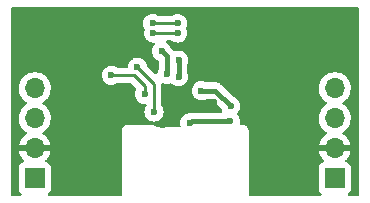
<source format=gbr>
%TF.GenerationSoftware,KiCad,Pcbnew,6.0.11-2627ca5db0~126~ubuntu22.04.1*%
%TF.CreationDate,2024-02-09T09:51:57+01:00*%
%TF.ProjectId,I2C_Module_BME280_FUEL4EP,4932435f-4d6f-4647-956c-655f424d4532,V1.2*%
%TF.SameCoordinates,Original*%
%TF.FileFunction,Copper,L2,Bot*%
%TF.FilePolarity,Positive*%
%FSLAX46Y46*%
G04 Gerber Fmt 4.6, Leading zero omitted, Abs format (unit mm)*
G04 Created by KiCad (PCBNEW 6.0.11-2627ca5db0~126~ubuntu22.04.1) date 2024-02-09 09:51:57*
%MOMM*%
%LPD*%
G01*
G04 APERTURE LIST*
%TA.AperFunction,ComponentPad*%
%ADD10R,1.700000X1.700000*%
%TD*%
%TA.AperFunction,ComponentPad*%
%ADD11O,1.700000X1.700000*%
%TD*%
%TA.AperFunction,ViaPad*%
%ADD12C,0.600000*%
%TD*%
%TA.AperFunction,Conductor*%
%ADD13C,0.400000*%
%TD*%
%TA.AperFunction,Conductor*%
%ADD14C,0.250000*%
%TD*%
G04 APERTURE END LIST*
D10*
%TO.P,J1,1,Pin_1*%
%TO.N,VCC*%
X2500000Y2000000D03*
D11*
%TO.P,J1,2,Pin_2*%
%TO.N,GND*%
X2500000Y4540000D03*
%TO.P,J1,3,Pin_3*%
%TO.N,/SCL*%
X2500000Y7080000D03*
%TO.P,J1,4,Pin_4*%
%TO.N,/SDA*%
X2500000Y9620000D03*
%TD*%
D10*
%TO.P,J2,1,Pin_1*%
%TO.N,VCC*%
X27900000Y2000000D03*
D11*
%TO.P,J2,2,Pin_2*%
%TO.N,GND*%
X27900000Y4540000D03*
%TO.P,J2,3,Pin_3*%
%TO.N,/SCL*%
X27900000Y7080000D03*
%TO.P,J2,4,Pin_4*%
%TO.N,/SDA*%
X27900000Y9620000D03*
%TD*%
D12*
%TO.N,VCC*%
X13700000Y10800000D03*
X13256717Y12747565D03*
X15625000Y6675000D03*
X19068742Y6831258D03*
%TO.N,GND*%
X15952178Y11675500D03*
X17719014Y8491742D03*
X13400000Y6500000D03*
X22800000Y8900000D03*
X14400000Y9000000D03*
%TO.N,/SCL*%
X12557217Y14300000D03*
X11200000Y11400000D03*
X12600000Y7600000D03*
X14600000Y14300000D03*
%TO.N,/SDA*%
X9000000Y10700000D03*
X12486493Y15096368D03*
X14600000Y15099503D03*
X11800000Y9100000D03*
%TO.N,VDDA*%
X14685000Y10597577D03*
X14700000Y12000000D03*
X16600000Y9400000D03*
X19095802Y8104198D03*
%TD*%
D13*
%TO.N,VCC*%
X15781258Y6831258D02*
X15625000Y6675000D01*
X13700000Y12304282D02*
X13256717Y12747565D01*
X19068742Y6831258D02*
X15781258Y6831258D01*
X13700000Y10800000D02*
X13700000Y12304282D01*
D14*
%TO.N,/SCL*%
X11200000Y11400000D02*
X12600000Y10000000D01*
X14600000Y14300000D02*
X12557217Y14300000D01*
X12600000Y10000000D02*
X12600000Y7600000D01*
%TO.N,/SDA*%
X10900000Y10700000D02*
X11800000Y9800000D01*
X14600000Y15099503D02*
X14596865Y15096368D01*
X9000000Y10700000D02*
X10900000Y10700000D01*
X11800000Y9800000D02*
X11800000Y9100000D01*
X14596865Y15096368D02*
X12486493Y15096368D01*
D13*
%TO.N,VDDA*%
X14700000Y12000000D02*
X14700000Y10619423D01*
X17800000Y9400000D02*
X19095802Y8104198D01*
X14700000Y10619423D02*
X14700000Y10612577D01*
X14700000Y10619423D02*
X14681577Y10601000D01*
X14700000Y10612577D02*
X14685000Y10597577D01*
X16600000Y9400000D02*
X17800000Y9400000D01*
%TD*%
%TA.AperFunction,Conductor*%
%TO.N,GND*%
G36*
X29913621Y16471498D02*
G01*
X29960114Y16417842D01*
X29971500Y16365500D01*
X29971500Y634500D01*
X29951498Y566379D01*
X29897842Y519886D01*
X29845500Y508500D01*
X29120226Y508500D01*
X29052105Y528502D01*
X29005612Y582158D01*
X28995508Y652432D01*
X29025002Y717012D01*
X29044661Y735326D01*
X29106080Y781357D01*
X29106081Y781358D01*
X29113261Y786739D01*
X29200615Y903295D01*
X29251745Y1039684D01*
X29258500Y1101866D01*
X29258500Y2898134D01*
X29251745Y2960316D01*
X29200615Y3096705D01*
X29113261Y3213261D01*
X28996705Y3300615D01*
X28877687Y3345233D01*
X28820923Y3387875D01*
X28796223Y3454436D01*
X28811430Y3523785D01*
X28832977Y3552465D01*
X28934052Y3653188D01*
X28940730Y3661035D01*
X29065003Y3833980D01*
X29070313Y3842817D01*
X29164670Y4033733D01*
X29168469Y4043328D01*
X29230377Y4247090D01*
X29232555Y4257163D01*
X29233986Y4268038D01*
X29231775Y4282222D01*
X29218617Y4286000D01*
X26583225Y4286000D01*
X26569694Y4282027D01*
X26568257Y4272034D01*
X26598565Y4137554D01*
X26601645Y4127725D01*
X26681770Y3930397D01*
X26686413Y3921206D01*
X26797694Y3739612D01*
X26803777Y3731301D01*
X26943213Y3570333D01*
X26950577Y3563121D01*
X26955522Y3559015D01*
X26995156Y3500111D01*
X26996653Y3429130D01*
X26959537Y3368608D01*
X26919264Y3344090D01*
X26811705Y3303768D01*
X26811704Y3303767D01*
X26803295Y3300615D01*
X26686739Y3213261D01*
X26599385Y3096705D01*
X26548255Y2960316D01*
X26541500Y2898134D01*
X26541500Y1101866D01*
X26548255Y1039684D01*
X26599385Y903295D01*
X26686739Y786739D01*
X26693919Y781358D01*
X26693920Y781357D01*
X26755339Y735326D01*
X26797854Y678467D01*
X26802880Y607648D01*
X26768820Y545355D01*
X26706489Y511365D01*
X26679774Y508500D01*
X20734500Y508500D01*
X20666379Y528502D01*
X20619886Y582158D01*
X20608500Y634500D01*
X20608500Y5991377D01*
X20608502Y5992147D01*
X20608603Y6008623D01*
X20608976Y6069721D01*
X20600850Y6098153D01*
X20597272Y6114915D01*
X20594352Y6135302D01*
X20593080Y6144187D01*
X20582451Y6167564D01*
X20576004Y6185087D01*
X20574348Y6190880D01*
X20568949Y6209771D01*
X20564156Y6217368D01*
X20553170Y6234780D01*
X20545030Y6249865D01*
X20542564Y6255289D01*
X20532792Y6276782D01*
X20516030Y6296235D01*
X20504927Y6311239D01*
X20491224Y6332958D01*
X20484499Y6338897D01*
X20484496Y6338901D01*
X20469062Y6352532D01*
X20457018Y6364724D01*
X20443573Y6380327D01*
X20443570Y6380329D01*
X20437713Y6387127D01*
X20425845Y6394820D01*
X20416165Y6401094D01*
X20401291Y6412385D01*
X20388783Y6423431D01*
X20388782Y6423432D01*
X20382049Y6429378D01*
X20355287Y6441943D01*
X20340309Y6450263D01*
X20323017Y6461471D01*
X20323012Y6461473D01*
X20315485Y6466352D01*
X20306892Y6468922D01*
X20306887Y6468924D01*
X20290880Y6473711D01*
X20273436Y6480372D01*
X20258324Y6487467D01*
X20258322Y6487468D01*
X20250200Y6491281D01*
X20241333Y6492662D01*
X20241332Y6492662D01*
X20230478Y6494352D01*
X20220983Y6495830D01*
X20204268Y6499613D01*
X20184534Y6505515D01*
X20184528Y6505516D01*
X20175934Y6508086D01*
X20166963Y6508141D01*
X20166962Y6508141D01*
X20156903Y6508202D01*
X20141494Y6508296D01*
X20140711Y6508329D01*
X20139614Y6508500D01*
X20108623Y6508500D01*
X20107853Y6508502D01*
X20034215Y6508952D01*
X20034214Y6508952D01*
X20030279Y6508976D01*
X20028935Y6508592D01*
X20027590Y6508500D01*
X19984820Y6508500D01*
X19916699Y6528502D01*
X19870206Y6582158D01*
X19860046Y6652036D01*
X19881490Y6804618D01*
X19881490Y6804623D01*
X19882041Y6808541D01*
X19882358Y6831258D01*
X19862139Y7011513D01*
X19855653Y7030139D01*
X19826692Y7113305D01*
X26537251Y7113305D01*
X26537548Y7108152D01*
X26537548Y7108149D01*
X26546764Y6948323D01*
X26550110Y6890285D01*
X26551247Y6885239D01*
X26551248Y6885233D01*
X26573392Y6786977D01*
X26599222Y6672361D01*
X26637461Y6578189D01*
X26680817Y6471416D01*
X26683266Y6465384D01*
X26720318Y6404920D01*
X26761503Y6337713D01*
X26799987Y6274912D01*
X26946250Y6106062D01*
X27118126Y5963368D01*
X27143094Y5948778D01*
X27191955Y5920226D01*
X27240679Y5868588D01*
X27253750Y5798805D01*
X27227019Y5733033D01*
X27186562Y5699673D01*
X27178457Y5695454D01*
X27169738Y5689964D01*
X26999433Y5562095D01*
X26991726Y5555252D01*
X26844590Y5401283D01*
X26838104Y5393273D01*
X26718098Y5217351D01*
X26713000Y5208377D01*
X26623338Y5015217D01*
X26619775Y5005530D01*
X26564389Y4805817D01*
X26565912Y4797393D01*
X26578292Y4794000D01*
X29218344Y4794000D01*
X29231875Y4797973D01*
X29233180Y4807053D01*
X29191214Y4974125D01*
X29187894Y4983876D01*
X29102972Y5179186D01*
X29098105Y5188261D01*
X28982426Y5367074D01*
X28976136Y5375243D01*
X28832806Y5532760D01*
X28825273Y5539785D01*
X28658139Y5671778D01*
X28649556Y5677480D01*
X28612602Y5697880D01*
X28562631Y5748313D01*
X28547859Y5817755D01*
X28572975Y5884161D01*
X28600327Y5910768D01*
X28632971Y5934053D01*
X28779860Y6038827D01*
X28789164Y6048098D01*
X28934435Y6192863D01*
X28938096Y6196511D01*
X28957143Y6223017D01*
X29065435Y6373723D01*
X29068453Y6377923D01*
X29082422Y6406186D01*
X29165136Y6573547D01*
X29165137Y6573549D01*
X29167430Y6578189D01*
X29232370Y6791931D01*
X29261529Y7013410D01*
X29262100Y7036762D01*
X29263074Y7076635D01*
X29263074Y7076639D01*
X29263156Y7080000D01*
X29244852Y7302639D01*
X29190431Y7519298D01*
X29101354Y7724160D01*
X28980014Y7911723D01*
X28829670Y8076949D01*
X28825619Y8080148D01*
X28825615Y8080152D01*
X28658414Y8212200D01*
X28658410Y8212202D01*
X28654359Y8215402D01*
X28613053Y8238204D01*
X28563084Y8288636D01*
X28548312Y8358079D01*
X28573428Y8424484D01*
X28600780Y8451091D01*
X28644603Y8482350D01*
X28779860Y8578827D01*
X28788263Y8587200D01*
X28934435Y8732863D01*
X28938096Y8736511D01*
X28997594Y8819311D01*
X29065435Y8913723D01*
X29068453Y8917923D01*
X29167430Y9118189D01*
X29232370Y9331931D01*
X29261529Y9553410D01*
X29262066Y9575387D01*
X29263074Y9616635D01*
X29263074Y9616639D01*
X29263156Y9620000D01*
X29244852Y9842639D01*
X29190431Y10059298D01*
X29101354Y10264160D01*
X29040176Y10358727D01*
X28982822Y10447383D01*
X28982820Y10447386D01*
X28980014Y10451723D01*
X28829670Y10616949D01*
X28825619Y10620148D01*
X28825615Y10620152D01*
X28658414Y10752200D01*
X28658410Y10752202D01*
X28654359Y10755402D01*
X28458789Y10863362D01*
X28453920Y10865086D01*
X28453916Y10865088D01*
X28253087Y10936205D01*
X28253083Y10936206D01*
X28248212Y10937931D01*
X28243119Y10938838D01*
X28243116Y10938839D01*
X28033373Y10976200D01*
X28033367Y10976201D01*
X28028284Y10977106D01*
X27954452Y10978008D01*
X27810081Y10979772D01*
X27810079Y10979772D01*
X27804911Y10979835D01*
X27584091Y10946045D01*
X27371756Y10876643D01*
X27173607Y10773493D01*
X27169474Y10770390D01*
X27169471Y10770388D01*
X27090853Y10711360D01*
X26994965Y10639365D01*
X26840629Y10477862D01*
X26714743Y10293320D01*
X26683343Y10225675D01*
X26624956Y10099889D01*
X26620688Y10090695D01*
X26560989Y9875430D01*
X26537251Y9653305D01*
X26537548Y9648152D01*
X26537548Y9648149D01*
X26543011Y9553410D01*
X26550110Y9430285D01*
X26551247Y9425239D01*
X26551248Y9425233D01*
X26554375Y9411360D01*
X26599222Y9212361D01*
X26683266Y9005384D01*
X26685965Y9000980D01*
X26785939Y8837837D01*
X26799987Y8814912D01*
X26946250Y8646062D01*
X27118126Y8503368D01*
X27161254Y8478166D01*
X27191445Y8460524D01*
X27240169Y8408886D01*
X27253240Y8339103D01*
X27226509Y8273331D01*
X27186055Y8239973D01*
X27173607Y8233493D01*
X27169474Y8230390D01*
X27169471Y8230388D01*
X26999100Y8102470D01*
X26994965Y8099365D01*
X26840629Y7937862D01*
X26714743Y7753320D01*
X26699003Y7719410D01*
X26633030Y7577283D01*
X26620688Y7550695D01*
X26560989Y7335430D01*
X26537251Y7113305D01*
X19826692Y7113305D01*
X19804806Y7176152D01*
X19804804Y7176155D01*
X19802487Y7182810D01*
X19706368Y7336634D01*
X19678372Y7364826D01*
X19644565Y7427256D01*
X19649877Y7498054D01*
X19680886Y7544856D01*
X19719068Y7581216D01*
X19819445Y7732296D01*
X19864679Y7851373D01*
X19881357Y7895278D01*
X19881358Y7895280D01*
X19883857Y7901860D01*
X19893109Y7967690D01*
X19908550Y8077559D01*
X19908550Y8077562D01*
X19909101Y8081481D01*
X19909254Y8092460D01*
X19909363Y8100236D01*
X19909363Y8100241D01*
X19909418Y8104198D01*
X19889199Y8284453D01*
X19880435Y8309620D01*
X19831866Y8449092D01*
X19831864Y8449095D01*
X19829547Y8455750D01*
X19733428Y8609574D01*
X19686455Y8656876D01*
X19610580Y8733283D01*
X19610576Y8733286D01*
X19605617Y8738280D01*
X19452468Y8835471D01*
X19345710Y8873486D01*
X19298880Y8903090D01*
X18321450Y9880520D01*
X18315596Y9886785D01*
X18296821Y9908307D01*
X18277561Y9930385D01*
X18225280Y9967129D01*
X18219986Y9971061D01*
X18175693Y10005791D01*
X18169718Y10010476D01*
X18162802Y10013599D01*
X18160516Y10014983D01*
X18145835Y10023357D01*
X18143475Y10024622D01*
X18137261Y10028990D01*
X18130182Y10031750D01*
X18130180Y10031751D01*
X18077725Y10052202D01*
X18071656Y10054753D01*
X18013427Y10081045D01*
X18005960Y10082429D01*
X18003405Y10083230D01*
X17987152Y10087859D01*
X17984572Y10088522D01*
X17977491Y10091282D01*
X17969960Y10092273D01*
X17969958Y10092274D01*
X17940339Y10096173D01*
X17914139Y10099622D01*
X17907641Y10100652D01*
X17844814Y10112296D01*
X17837234Y10111859D01*
X17837233Y10111859D01*
X17782608Y10108709D01*
X17775354Y10108500D01*
X17029158Y10108500D01*
X16969624Y10125795D01*
X16968948Y10124410D01*
X16962609Y10127502D01*
X16956666Y10131273D01*
X16942880Y10136182D01*
X16792425Y10189757D01*
X16792420Y10189758D01*
X16785790Y10192119D01*
X16778802Y10192952D01*
X16778799Y10192953D01*
X16655698Y10207632D01*
X16605680Y10213596D01*
X16598677Y10212860D01*
X16598676Y10212860D01*
X16432288Y10195372D01*
X16432286Y10195371D01*
X16425288Y10194636D01*
X16253579Y10136182D01*
X16208923Y10108709D01*
X16105095Y10044834D01*
X16105092Y10044832D01*
X16099088Y10041138D01*
X16094053Y10036207D01*
X16094050Y10036205D01*
X15976645Y9921233D01*
X15969493Y9914229D01*
X15871235Y9761762D01*
X15868826Y9755142D01*
X15868824Y9755139D01*
X15818413Y9616635D01*
X15809197Y9591315D01*
X15786463Y9411360D01*
X15804163Y9230840D01*
X15861418Y9058727D01*
X15865065Y9052705D01*
X15865066Y9052703D01*
X15949235Y8913723D01*
X15955380Y8903576D01*
X15960269Y8898513D01*
X15960270Y8898512D01*
X15984438Y8873486D01*
X16081382Y8773098D01*
X16233159Y8673778D01*
X16239763Y8671322D01*
X16239765Y8671321D01*
X16396558Y8613010D01*
X16396560Y8613010D01*
X16403168Y8610552D01*
X16486995Y8599367D01*
X16575980Y8587493D01*
X16575984Y8587493D01*
X16582961Y8586562D01*
X16589972Y8587200D01*
X16589976Y8587200D01*
X16732459Y8600168D01*
X16763600Y8603002D01*
X16770302Y8605180D01*
X16770304Y8605180D01*
X16929409Y8656876D01*
X16929412Y8656877D01*
X16936108Y8659053D01*
X16960727Y8673729D01*
X17025245Y8691500D01*
X17454340Y8691500D01*
X17522461Y8671498D01*
X17543435Y8654595D01*
X18297334Y7900696D01*
X18327796Y7851374D01*
X18357220Y7762925D01*
X18376538Y7731027D01*
X18394716Y7662400D01*
X18372906Y7594837D01*
X18318030Y7549790D01*
X18268761Y7539758D01*
X15810170Y7539758D01*
X15801600Y7540050D01*
X15751482Y7543467D01*
X15751478Y7543467D01*
X15743906Y7543983D01*
X15736429Y7542678D01*
X15736428Y7542678D01*
X15709950Y7538057D01*
X15680955Y7532996D01*
X15674437Y7532035D01*
X15611016Y7524360D01*
X15603915Y7521677D01*
X15601306Y7521036D01*
X15584996Y7516573D01*
X15582460Y7515808D01*
X15574974Y7514501D01*
X15568017Y7511447D01*
X15516463Y7488816D01*
X15510373Y7486330D01*
X15487522Y7477696D01*
X15464119Y7472143D01*
X15464175Y7471886D01*
X15457288Y7470372D01*
X15450288Y7469636D01*
X15443624Y7467367D01*
X15443622Y7467367D01*
X15325796Y7427256D01*
X15278579Y7411182D01*
X15256603Y7397662D01*
X15130095Y7319834D01*
X15130092Y7319832D01*
X15124088Y7316138D01*
X15119053Y7311207D01*
X15119050Y7311205D01*
X15028189Y7222227D01*
X14994493Y7189229D01*
X14896235Y7036762D01*
X14893826Y7030142D01*
X14893824Y7030139D01*
X14836913Y6873778D01*
X14834197Y6866315D01*
X14811463Y6686360D01*
X14829163Y6505840D01*
X14842299Y6466352D01*
X14842492Y6465772D01*
X14845015Y6394820D01*
X14808778Y6333768D01*
X14745286Y6301999D01*
X14722934Y6300000D01*
X12875824Y6300000D01*
X12807703Y6320002D01*
X12791947Y6333776D01*
X12791225Y6332958D01*
X12769062Y6352532D01*
X12757018Y6364724D01*
X12743573Y6380327D01*
X12743570Y6380329D01*
X12737713Y6387127D01*
X12725845Y6394820D01*
X12716165Y6401094D01*
X12701291Y6412385D01*
X12688783Y6423431D01*
X12688782Y6423432D01*
X12682049Y6429378D01*
X12655287Y6441943D01*
X12640309Y6450263D01*
X12623017Y6461471D01*
X12623012Y6461473D01*
X12615485Y6466352D01*
X12606892Y6468922D01*
X12606887Y6468924D01*
X12590880Y6473711D01*
X12573436Y6480372D01*
X12558324Y6487467D01*
X12558322Y6487468D01*
X12550200Y6491281D01*
X12541333Y6492662D01*
X12541332Y6492662D01*
X12530478Y6494352D01*
X12520983Y6495830D01*
X12504268Y6499613D01*
X12484534Y6505515D01*
X12484528Y6505516D01*
X12475934Y6508086D01*
X12466963Y6508141D01*
X12466962Y6508141D01*
X12456903Y6508202D01*
X12441494Y6508296D01*
X12440711Y6508329D01*
X12439614Y6508500D01*
X12408623Y6508500D01*
X12407853Y6508502D01*
X12334215Y6508952D01*
X12334214Y6508952D01*
X12330279Y6508976D01*
X12328935Y6508592D01*
X12327590Y6508500D01*
X10408623Y6508500D01*
X10407853Y6508502D01*
X10407037Y6508507D01*
X10330279Y6508976D01*
X10307918Y6502585D01*
X10301847Y6500850D01*
X10285085Y6497272D01*
X10255813Y6493080D01*
X10247645Y6489366D01*
X10247644Y6489366D01*
X10232438Y6482452D01*
X10214914Y6476004D01*
X10190229Y6468949D01*
X10182635Y6464157D01*
X10182632Y6464156D01*
X10165220Y6453170D01*
X10150137Y6445031D01*
X10123218Y6432792D01*
X10116416Y6426931D01*
X10103765Y6416030D01*
X10088761Y6404927D01*
X10067042Y6391224D01*
X10061103Y6384499D01*
X10061099Y6384496D01*
X10047468Y6369062D01*
X10035276Y6357018D01*
X10019673Y6343573D01*
X10019671Y6343570D01*
X10012873Y6337713D01*
X10007993Y6330184D01*
X10007992Y6330183D01*
X9998906Y6316165D01*
X9987615Y6301291D01*
X9976569Y6288783D01*
X9970622Y6282049D01*
X9964312Y6268609D01*
X9958058Y6255289D01*
X9949737Y6240309D01*
X9938529Y6223017D01*
X9938527Y6223012D01*
X9933648Y6215485D01*
X9931078Y6206892D01*
X9931076Y6206887D01*
X9926289Y6190880D01*
X9919628Y6173436D01*
X9912533Y6158324D01*
X9908719Y6150200D01*
X9907338Y6141333D01*
X9907338Y6141332D01*
X9904170Y6120985D01*
X9900387Y6104268D01*
X9894485Y6084534D01*
X9894484Y6084528D01*
X9891914Y6075934D01*
X9891859Y6066963D01*
X9891859Y6066962D01*
X9891704Y6041503D01*
X9891671Y6040711D01*
X9891500Y6039614D01*
X9891500Y6008623D01*
X9891498Y6007853D01*
X9891024Y5930279D01*
X9891408Y5928935D01*
X9891500Y5927590D01*
X9891500Y634500D01*
X9871498Y566379D01*
X9817842Y519886D01*
X9765500Y508500D01*
X3720226Y508500D01*
X3652105Y528502D01*
X3605612Y582158D01*
X3595508Y652432D01*
X3625002Y717012D01*
X3644661Y735326D01*
X3706080Y781357D01*
X3706081Y781358D01*
X3713261Y786739D01*
X3800615Y903295D01*
X3851745Y1039684D01*
X3858500Y1101866D01*
X3858500Y2898134D01*
X3851745Y2960316D01*
X3800615Y3096705D01*
X3713261Y3213261D01*
X3596705Y3300615D01*
X3477687Y3345233D01*
X3420923Y3387875D01*
X3396223Y3454436D01*
X3411430Y3523785D01*
X3432977Y3552465D01*
X3534052Y3653188D01*
X3540730Y3661035D01*
X3665003Y3833980D01*
X3670313Y3842817D01*
X3764670Y4033733D01*
X3768469Y4043328D01*
X3830377Y4247090D01*
X3832555Y4257163D01*
X3833986Y4268038D01*
X3831775Y4282222D01*
X3818617Y4286000D01*
X1183225Y4286000D01*
X1169694Y4282027D01*
X1168257Y4272034D01*
X1198565Y4137554D01*
X1201645Y4127725D01*
X1281770Y3930397D01*
X1286413Y3921206D01*
X1397694Y3739612D01*
X1403777Y3731301D01*
X1543213Y3570333D01*
X1550577Y3563121D01*
X1555522Y3559015D01*
X1595156Y3500111D01*
X1596653Y3429130D01*
X1559537Y3368608D01*
X1519264Y3344090D01*
X1411705Y3303768D01*
X1411704Y3303767D01*
X1403295Y3300615D01*
X1286739Y3213261D01*
X1199385Y3096705D01*
X1148255Y2960316D01*
X1141500Y2898134D01*
X1141500Y1101866D01*
X1148255Y1039684D01*
X1199385Y903295D01*
X1286739Y786739D01*
X1293919Y781358D01*
X1293920Y781357D01*
X1355339Y735326D01*
X1397854Y678467D01*
X1402880Y607648D01*
X1368820Y545355D01*
X1306489Y511365D01*
X1279774Y508500D01*
X634500Y508500D01*
X566379Y528502D01*
X519886Y582158D01*
X508500Y634500D01*
X508500Y7113305D01*
X1137251Y7113305D01*
X1137548Y7108152D01*
X1137548Y7108149D01*
X1146764Y6948323D01*
X1150110Y6890285D01*
X1151247Y6885239D01*
X1151248Y6885233D01*
X1173392Y6786977D01*
X1199222Y6672361D01*
X1237461Y6578189D01*
X1280817Y6471416D01*
X1283266Y6465384D01*
X1320318Y6404920D01*
X1361503Y6337713D01*
X1399987Y6274912D01*
X1546250Y6106062D01*
X1718126Y5963368D01*
X1743094Y5948778D01*
X1791955Y5920226D01*
X1840679Y5868588D01*
X1853750Y5798805D01*
X1827019Y5733033D01*
X1786562Y5699673D01*
X1778457Y5695454D01*
X1769738Y5689964D01*
X1599433Y5562095D01*
X1591726Y5555252D01*
X1444590Y5401283D01*
X1438104Y5393273D01*
X1318098Y5217351D01*
X1313000Y5208377D01*
X1223338Y5015217D01*
X1219775Y5005530D01*
X1164389Y4805817D01*
X1165912Y4797393D01*
X1178292Y4794000D01*
X3818344Y4794000D01*
X3831875Y4797973D01*
X3833180Y4807053D01*
X3791214Y4974125D01*
X3787894Y4983876D01*
X3702972Y5179186D01*
X3698105Y5188261D01*
X3582426Y5367074D01*
X3576136Y5375243D01*
X3432806Y5532760D01*
X3425273Y5539785D01*
X3258139Y5671778D01*
X3249556Y5677480D01*
X3212602Y5697880D01*
X3162631Y5748313D01*
X3147859Y5817755D01*
X3172975Y5884161D01*
X3200327Y5910768D01*
X3232971Y5934053D01*
X3379860Y6038827D01*
X3389164Y6048098D01*
X3534435Y6192863D01*
X3538096Y6196511D01*
X3557143Y6223017D01*
X3665435Y6373723D01*
X3668453Y6377923D01*
X3682422Y6406186D01*
X3765136Y6573547D01*
X3765137Y6573549D01*
X3767430Y6578189D01*
X3832370Y6791931D01*
X3861529Y7013410D01*
X3862100Y7036762D01*
X3863074Y7076635D01*
X3863074Y7076639D01*
X3863156Y7080000D01*
X3844852Y7302639D01*
X3790431Y7519298D01*
X3701354Y7724160D01*
X3580014Y7911723D01*
X3429670Y8076949D01*
X3425619Y8080148D01*
X3425615Y8080152D01*
X3258414Y8212200D01*
X3258410Y8212202D01*
X3254359Y8215402D01*
X3213053Y8238204D01*
X3163084Y8288636D01*
X3148312Y8358079D01*
X3173428Y8424484D01*
X3200780Y8451091D01*
X3244603Y8482350D01*
X3379860Y8578827D01*
X3388263Y8587200D01*
X3534435Y8732863D01*
X3538096Y8736511D01*
X3597594Y8819311D01*
X3665435Y8913723D01*
X3668453Y8917923D01*
X3767430Y9118189D01*
X3832370Y9331931D01*
X3861529Y9553410D01*
X3862066Y9575387D01*
X3863074Y9616635D01*
X3863074Y9616639D01*
X3863156Y9620000D01*
X3844852Y9842639D01*
X3790431Y10059298D01*
X3701354Y10264160D01*
X3640176Y10358727D01*
X3582822Y10447383D01*
X3582820Y10447386D01*
X3580014Y10451723D01*
X3429670Y10616949D01*
X3425619Y10620148D01*
X3425615Y10620152D01*
X3310126Y10711360D01*
X8186463Y10711360D01*
X8204163Y10530840D01*
X8261418Y10358727D01*
X8265065Y10352705D01*
X8265066Y10352703D01*
X8349817Y10212762D01*
X8355380Y10203576D01*
X8360269Y10198513D01*
X8360270Y10198512D01*
X8366204Y10192367D01*
X8481382Y10073098D01*
X8544567Y10031751D01*
X8589477Y10002363D01*
X8633159Y9973778D01*
X8639763Y9971322D01*
X8639765Y9971321D01*
X8796558Y9913010D01*
X8796560Y9913010D01*
X8803168Y9910552D01*
X8886995Y9899367D01*
X8975980Y9887493D01*
X8975984Y9887493D01*
X8982961Y9886562D01*
X8989972Y9887200D01*
X8989976Y9887200D01*
X9132459Y9900168D01*
X9163600Y9903002D01*
X9170302Y9905180D01*
X9170304Y9905180D01*
X9329409Y9956876D01*
X9329412Y9956877D01*
X9336108Y9959053D01*
X9458060Y10031751D01*
X9486541Y10048729D01*
X9551058Y10066500D01*
X10585406Y10066500D01*
X10653527Y10046498D01*
X10674501Y10029595D01*
X11066397Y9637699D01*
X11100423Y9575387D01*
X11095358Y9504572D01*
X11083216Y9480353D01*
X11071235Y9461762D01*
X11068826Y9455142D01*
X11068824Y9455139D01*
X11025847Y9337061D01*
X11009197Y9291315D01*
X10986463Y9111360D01*
X11004163Y8930840D01*
X11061418Y8758727D01*
X11065065Y8752705D01*
X11065066Y8752703D01*
X11151720Y8609620D01*
X11155380Y8603576D01*
X11281382Y8473098D01*
X11287278Y8469240D01*
X11407358Y8390662D01*
X11433159Y8373778D01*
X11439763Y8371322D01*
X11439765Y8371321D01*
X11596558Y8313010D01*
X11596560Y8313010D01*
X11603168Y8310552D01*
X11686995Y8299367D01*
X11775980Y8287493D01*
X11775984Y8287493D01*
X11782961Y8286562D01*
X11789972Y8287200D01*
X11789977Y8287200D01*
X11829081Y8290759D01*
X11898734Y8277013D01*
X11949898Y8227792D01*
X11966500Y8165278D01*
X11966500Y8146669D01*
X11946411Y8078414D01*
X11875054Y7967690D01*
X11875050Y7967681D01*
X11871235Y7961762D01*
X11868826Y7955142D01*
X11868825Y7955141D01*
X11849432Y7901860D01*
X11809197Y7791315D01*
X11786463Y7611360D01*
X11804163Y7430840D01*
X11861418Y7258727D01*
X11865065Y7252705D01*
X11865066Y7252703D01*
X11911427Y7176152D01*
X11955380Y7103576D01*
X12081382Y6973098D01*
X12087278Y6969240D01*
X12207934Y6890285D01*
X12233159Y6873778D01*
X12239763Y6871322D01*
X12239765Y6871321D01*
X12396558Y6813010D01*
X12396560Y6813010D01*
X12403168Y6810552D01*
X12486995Y6799367D01*
X12575980Y6787493D01*
X12575984Y6787493D01*
X12582961Y6786562D01*
X12589972Y6787200D01*
X12589976Y6787200D01*
X12732459Y6800168D01*
X12763600Y6803002D01*
X12770302Y6805180D01*
X12770304Y6805180D01*
X12929409Y6856876D01*
X12929412Y6856877D01*
X12936108Y6859053D01*
X13091912Y6951931D01*
X13223266Y7077018D01*
X13323643Y7228098D01*
X13388055Y7397662D01*
X13390274Y7413453D01*
X13412748Y7573361D01*
X13412748Y7573364D01*
X13413299Y7577283D01*
X13413616Y7600000D01*
X13393397Y7780255D01*
X13391080Y7786909D01*
X13336064Y7944894D01*
X13336062Y7944897D01*
X13333745Y7951552D01*
X13252646Y8081339D01*
X13233500Y8148108D01*
X13233500Y9921233D01*
X13234028Y9932421D01*
X13235702Y9939909D01*
X13235602Y9943090D01*
X13261147Y10007067D01*
X13318942Y10048302D01*
X13389855Y10051744D01*
X13404167Y10047370D01*
X13503168Y10010552D01*
X13586995Y9999367D01*
X13675980Y9987493D01*
X13675984Y9987493D01*
X13682961Y9986562D01*
X13689972Y9987200D01*
X13689976Y9987200D01*
X13832459Y10000168D01*
X13863600Y10003002D01*
X13870300Y10005179D01*
X13870305Y10005180D01*
X13995425Y10045834D01*
X14066393Y10047861D01*
X14124996Y10013529D01*
X14161483Y9975747D01*
X14161488Y9975743D01*
X14166382Y9970675D01*
X14221278Y9934752D01*
X14311932Y9875430D01*
X14318159Y9871355D01*
X14324763Y9868899D01*
X14324765Y9868898D01*
X14481558Y9810587D01*
X14481560Y9810587D01*
X14488168Y9808129D01*
X14571995Y9796944D01*
X14660980Y9785070D01*
X14660984Y9785070D01*
X14667961Y9784139D01*
X14674972Y9784777D01*
X14674976Y9784777D01*
X14817459Y9797745D01*
X14848600Y9800579D01*
X14855302Y9802757D01*
X14855304Y9802757D01*
X15014409Y9854453D01*
X15014412Y9854454D01*
X15021108Y9856630D01*
X15135233Y9924662D01*
X15170860Y9945900D01*
X15170862Y9945901D01*
X15176912Y9949508D01*
X15308266Y10074595D01*
X15408643Y10225675D01*
X15473055Y10395239D01*
X15474035Y10402211D01*
X15497748Y10570938D01*
X15497748Y10570941D01*
X15498299Y10574860D01*
X15498616Y10597577D01*
X15478397Y10777832D01*
X15476080Y10784486D01*
X15421064Y10942471D01*
X15421062Y10942474D01*
X15418745Y10949129D01*
X15419397Y10949356D01*
X15408500Y10997320D01*
X15408500Y11569868D01*
X15421983Y11625600D01*
X15423643Y11628098D01*
X15470540Y11751552D01*
X15485555Y11791080D01*
X15485556Y11791082D01*
X15488055Y11797662D01*
X15489035Y11804634D01*
X15512748Y11973361D01*
X15512748Y11973364D01*
X15513299Y11977283D01*
X15513616Y12000000D01*
X15493397Y12180255D01*
X15482043Y12212860D01*
X15436064Y12344894D01*
X15436062Y12344897D01*
X15433745Y12351552D01*
X15337626Y12505376D01*
X15332664Y12510373D01*
X15214778Y12629085D01*
X15214774Y12629088D01*
X15209815Y12634082D01*
X15056666Y12731273D01*
X14998705Y12751912D01*
X14892425Y12789757D01*
X14892420Y12789758D01*
X14885790Y12792119D01*
X14878802Y12792952D01*
X14878799Y12792953D01*
X14755698Y12807632D01*
X14705680Y12813596D01*
X14698677Y12812860D01*
X14698676Y12812860D01*
X14532288Y12795372D01*
X14532286Y12795371D01*
X14525288Y12794636D01*
X14440932Y12765919D01*
X14368439Y12741241D01*
X14297507Y12738223D01*
X14235720Y12775735D01*
X14235357Y12776263D01*
X14188829Y12817718D01*
X14183554Y12822698D01*
X14055390Y12950862D01*
X14025494Y12998519D01*
X13990462Y13099117D01*
X13894343Y13252941D01*
X13807266Y13340628D01*
X13771495Y13376650D01*
X13771491Y13376653D01*
X13766532Y13381647D01*
X13683853Y13434117D01*
X13637056Y13487503D01*
X13626551Y13557719D01*
X13655675Y13622467D01*
X13715180Y13661191D01*
X13751369Y13666500D01*
X14053903Y13666500D01*
X14122896Y13645932D01*
X14233159Y13573778D01*
X14239763Y13571322D01*
X14239765Y13571321D01*
X14396558Y13513010D01*
X14396560Y13513010D01*
X14403168Y13510552D01*
X14486995Y13499367D01*
X14575980Y13487493D01*
X14575984Y13487493D01*
X14582961Y13486562D01*
X14589972Y13487200D01*
X14589976Y13487200D01*
X14732459Y13500168D01*
X14763600Y13503002D01*
X14770302Y13505180D01*
X14770304Y13505180D01*
X14929409Y13556876D01*
X14929412Y13556877D01*
X14936108Y13559053D01*
X15091912Y13651931D01*
X15223266Y13777018D01*
X15323643Y13928098D01*
X15388055Y14097662D01*
X15389035Y14104634D01*
X15412748Y14273361D01*
X15412748Y14273364D01*
X15413299Y14277283D01*
X15413616Y14300000D01*
X15393397Y14480255D01*
X15389546Y14491315D01*
X15336064Y14644893D01*
X15336064Y14644894D01*
X15333745Y14651552D01*
X15334216Y14651716D01*
X15323550Y14717299D01*
X15330789Y14746413D01*
X15385555Y14890583D01*
X15385556Y14890585D01*
X15388055Y14897165D01*
X15413299Y15076786D01*
X15413616Y15099503D01*
X15393397Y15279758D01*
X15333745Y15451055D01*
X15237626Y15604879D01*
X15227054Y15615525D01*
X15114778Y15728588D01*
X15114774Y15728591D01*
X15109815Y15733585D01*
X15103637Y15737506D01*
X15050538Y15771203D01*
X14956666Y15830776D01*
X14927463Y15841175D01*
X14792425Y15889260D01*
X14792420Y15889261D01*
X14785790Y15891622D01*
X14778802Y15892455D01*
X14778799Y15892456D01*
X14655698Y15907135D01*
X14605680Y15913099D01*
X14598677Y15912363D01*
X14598676Y15912363D01*
X14432288Y15894875D01*
X14432286Y15894874D01*
X14425288Y15894139D01*
X14253579Y15835685D01*
X14111943Y15748549D01*
X14045923Y15729868D01*
X13033831Y15729868D01*
X12966317Y15749483D01*
X12933076Y15770578D01*
X12843159Y15827641D01*
X12813956Y15838040D01*
X12678918Y15886125D01*
X12678913Y15886126D01*
X12672283Y15888487D01*
X12665295Y15889320D01*
X12665292Y15889321D01*
X12542191Y15904000D01*
X12492173Y15909964D01*
X12485170Y15909228D01*
X12485169Y15909228D01*
X12318781Y15891740D01*
X12318779Y15891739D01*
X12311781Y15891004D01*
X12140072Y15832550D01*
X12134068Y15828856D01*
X11991588Y15741202D01*
X11991585Y15741200D01*
X11985581Y15737506D01*
X11980546Y15732575D01*
X11980543Y15732573D01*
X11977781Y15729868D01*
X11855986Y15610597D01*
X11757728Y15458130D01*
X11755319Y15451510D01*
X11755317Y15451507D01*
X11698099Y15294302D01*
X11695690Y15287683D01*
X11672956Y15107728D01*
X11690656Y14927208D01*
X11747911Y14755095D01*
X11751558Y14749073D01*
X11751559Y14749071D01*
X11788164Y14688629D01*
X11806343Y14619999D01*
X11798790Y14580267D01*
X11766414Y14491315D01*
X11743680Y14311360D01*
X11761380Y14130840D01*
X11818635Y13958727D01*
X11822282Y13952705D01*
X11822283Y13952703D01*
X11833195Y13934686D01*
X11912597Y13803576D01*
X12038599Y13673098D01*
X12190376Y13573778D01*
X12196980Y13571322D01*
X12196982Y13571321D01*
X12353775Y13513010D01*
X12353777Y13513010D01*
X12360385Y13510552D01*
X12540178Y13486562D01*
X12547196Y13487201D01*
X12550234Y13487137D01*
X12617921Y13465715D01*
X12663282Y13411098D01*
X12671913Y13340628D01*
X12641075Y13276678D01*
X12635758Y13271144D01*
X12626210Y13261794D01*
X12527952Y13109327D01*
X12525543Y13102707D01*
X12525541Y13102704D01*
X12521813Y13092461D01*
X12465914Y12938880D01*
X12443180Y12758925D01*
X12460880Y12578405D01*
X12518135Y12406292D01*
X12521782Y12400270D01*
X12521783Y12400268D01*
X12555319Y12344894D01*
X12612097Y12251141D01*
X12616986Y12246078D01*
X12616987Y12246077D01*
X12680551Y12180255D01*
X12738099Y12120663D01*
X12743995Y12116805D01*
X12870409Y12034082D01*
X12889876Y12021343D01*
X12909420Y12014075D01*
X12966295Y11971585D01*
X12991170Y11905088D01*
X12991500Y11895978D01*
X12991500Y11230290D01*
X12975341Y11175402D01*
X12978183Y11173991D01*
X12975053Y11167687D01*
X12971235Y11161762D01*
X12968826Y11155142D01*
X12968824Y11155139D01*
X12934838Y11061762D01*
X12909197Y10991315D01*
X12908314Y10984327D01*
X12908314Y10984326D01*
X12896051Y10887257D01*
X12867669Y10822181D01*
X12808609Y10782780D01*
X12737623Y10781564D01*
X12681949Y10813955D01*
X12440766Y11055139D01*
X12034420Y11461485D01*
X12000395Y11523797D01*
X11998301Y11536535D01*
X11994182Y11573255D01*
X11993397Y11580255D01*
X11933745Y11751552D01*
X11900576Y11804634D01*
X11841359Y11899402D01*
X11837626Y11905376D01*
X11823941Y11919157D01*
X11714778Y12029085D01*
X11714774Y12029088D01*
X11709815Y12034082D01*
X11698697Y12041138D01*
X11650538Y12071700D01*
X11556666Y12131273D01*
X11527463Y12141672D01*
X11392425Y12189757D01*
X11392420Y12189758D01*
X11385790Y12192119D01*
X11378802Y12192952D01*
X11378799Y12192953D01*
X11255698Y12207632D01*
X11205680Y12213596D01*
X11198677Y12212860D01*
X11198676Y12212860D01*
X11032288Y12195372D01*
X11032286Y12195371D01*
X11025288Y12194636D01*
X10853579Y12136182D01*
X10791109Y12097750D01*
X10705095Y12044834D01*
X10705092Y12044832D01*
X10699088Y12041138D01*
X10694053Y12036207D01*
X10694050Y12036205D01*
X10574525Y11919157D01*
X10569493Y11914229D01*
X10471235Y11761762D01*
X10468826Y11755142D01*
X10468824Y11755139D01*
X10424981Y11634681D01*
X10409197Y11591315D01*
X10392796Y11461485D01*
X10390550Y11443708D01*
X10362168Y11378631D01*
X10303109Y11339230D01*
X10265544Y11333500D01*
X9547338Y11333500D01*
X9479824Y11353115D01*
X9439617Y11378631D01*
X9356666Y11431273D01*
X9271821Y11461485D01*
X9192425Y11489757D01*
X9192420Y11489758D01*
X9185790Y11492119D01*
X9178802Y11492952D01*
X9178799Y11492953D01*
X9055698Y11507632D01*
X9005680Y11513596D01*
X8998677Y11512860D01*
X8998676Y11512860D01*
X8832288Y11495372D01*
X8832286Y11495371D01*
X8825288Y11494636D01*
X8653579Y11436182D01*
X8647575Y11432488D01*
X8505095Y11344834D01*
X8505092Y11344832D01*
X8499088Y11341138D01*
X8494053Y11336207D01*
X8494050Y11336205D01*
X8491288Y11333500D01*
X8369493Y11214229D01*
X8271235Y11061762D01*
X8268826Y11055142D01*
X8268824Y11055139D01*
X8229402Y10946827D01*
X8209197Y10891315D01*
X8186463Y10711360D01*
X3310126Y10711360D01*
X3258414Y10752200D01*
X3258410Y10752202D01*
X3254359Y10755402D01*
X3058789Y10863362D01*
X3053920Y10865086D01*
X3053916Y10865088D01*
X2853087Y10936205D01*
X2853083Y10936206D01*
X2848212Y10937931D01*
X2843119Y10938838D01*
X2843116Y10938839D01*
X2633373Y10976200D01*
X2633367Y10976201D01*
X2628284Y10977106D01*
X2554452Y10978008D01*
X2410081Y10979772D01*
X2410079Y10979772D01*
X2404911Y10979835D01*
X2184091Y10946045D01*
X1971756Y10876643D01*
X1773607Y10773493D01*
X1769474Y10770390D01*
X1769471Y10770388D01*
X1690853Y10711360D01*
X1594965Y10639365D01*
X1440629Y10477862D01*
X1314743Y10293320D01*
X1283343Y10225675D01*
X1224956Y10099889D01*
X1220688Y10090695D01*
X1160989Y9875430D01*
X1137251Y9653305D01*
X1137548Y9648152D01*
X1137548Y9648149D01*
X1143011Y9553410D01*
X1150110Y9430285D01*
X1151247Y9425239D01*
X1151248Y9425233D01*
X1154375Y9411360D01*
X1199222Y9212361D01*
X1283266Y9005384D01*
X1285965Y9000980D01*
X1385939Y8837837D01*
X1399987Y8814912D01*
X1546250Y8646062D01*
X1718126Y8503368D01*
X1761254Y8478166D01*
X1791445Y8460524D01*
X1840169Y8408886D01*
X1853240Y8339103D01*
X1826509Y8273331D01*
X1786055Y8239973D01*
X1773607Y8233493D01*
X1769474Y8230390D01*
X1769471Y8230388D01*
X1599100Y8102470D01*
X1594965Y8099365D01*
X1440629Y7937862D01*
X1314743Y7753320D01*
X1299003Y7719410D01*
X1233030Y7577283D01*
X1220688Y7550695D01*
X1160989Y7335430D01*
X1137251Y7113305D01*
X508500Y7113305D01*
X508500Y16365500D01*
X528502Y16433621D01*
X582158Y16480114D01*
X634500Y16491500D01*
X29845500Y16491500D01*
X29913621Y16471498D01*
G37*
%TD.AperFunction*%
%TD*%
M02*

</source>
